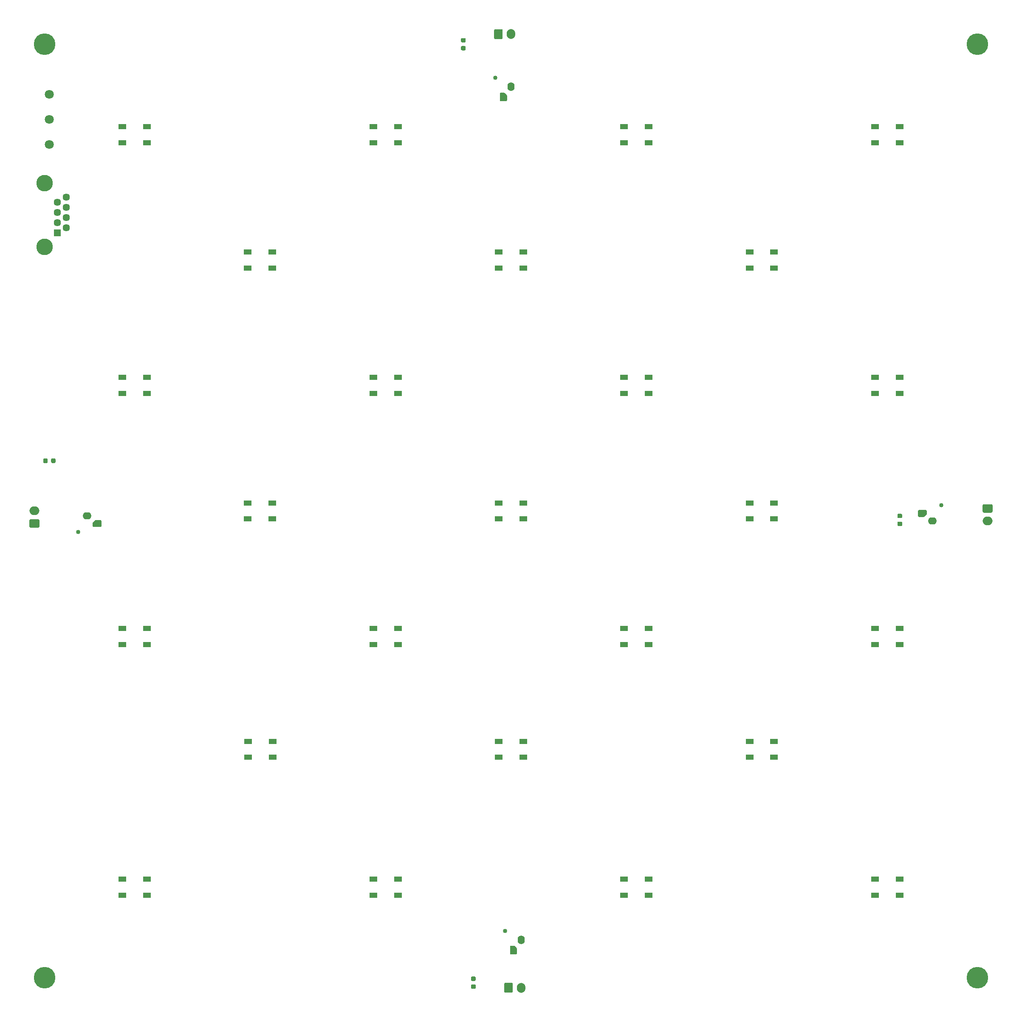
<source format=gbr>
G04 #@! TF.GenerationSoftware,KiCad,Pcbnew,(5.1.7-0-10_14)*
G04 #@! TF.CreationDate,2020-11-21T12:28:25-08:00*
G04 #@! TF.ProjectId,DDR Pad,44445220-5061-4642-9e6b-696361645f70,rev?*
G04 #@! TF.SameCoordinates,Original*
G04 #@! TF.FileFunction,Soldermask,Top*
G04 #@! TF.FilePolarity,Negative*
%FSLAX46Y46*%
G04 Gerber Fmt 4.6, Leading zero omitted, Abs format (unit mm)*
G04 Created by KiCad (PCBNEW (5.1.7-0-10_14)) date 2020-11-21 12:28:25*
%MOMM*%
%LPD*%
G01*
G04 APERTURE LIST*
%ADD10C,4.300000*%
%ADD11C,1.803400*%
%ADD12C,0.850000*%
%ADD13O,1.750000X1.400000*%
%ADD14C,0.100000*%
%ADD15O,2.000000X1.700000*%
%ADD16O,1.400000X1.750000*%
%ADD17O,1.700000X2.000000*%
%ADD18C,3.302000*%
%ADD19C,1.447800*%
%ADD20R,1.447800X1.447800*%
%ADD21R,1.500000X1.000000*%
G04 APERTURE END LIST*
D10*
X7000000Y-7000000D03*
D11*
X8000000Y-27000000D03*
X8000000Y-22000000D03*
X8000000Y-17000000D03*
D10*
X7000000Y-193000000D03*
X193000000Y-193000000D03*
X193000000Y-7000000D03*
G36*
G01*
X8350000Y-90256250D02*
X8350000Y-89743750D01*
G75*
G02*
X8568750Y-89525000I218750J0D01*
G01*
X9006250Y-89525000D01*
G75*
G02*
X9225000Y-89743750I0J-218750D01*
G01*
X9225000Y-90256250D01*
G75*
G02*
X9006250Y-90475000I-218750J0D01*
G01*
X8568750Y-90475000D01*
G75*
G02*
X8350000Y-90256250I0J218750D01*
G01*
G37*
G36*
G01*
X6775000Y-90256250D02*
X6775000Y-89743750D01*
G75*
G02*
X6993750Y-89525000I218750J0D01*
G01*
X7431250Y-89525000D01*
G75*
G02*
X7650000Y-89743750I0J-218750D01*
G01*
X7650000Y-90256250D01*
G75*
G02*
X7431250Y-90475000I-218750J0D01*
G01*
X6993750Y-90475000D01*
G75*
G02*
X6775000Y-90256250I0J218750D01*
G01*
G37*
G36*
G01*
X92756250Y-193650000D02*
X92243750Y-193650000D01*
G75*
G02*
X92025000Y-193431250I0J218750D01*
G01*
X92025000Y-192993750D01*
G75*
G02*
X92243750Y-192775000I218750J0D01*
G01*
X92756250Y-192775000D01*
G75*
G02*
X92975000Y-192993750I0J-218750D01*
G01*
X92975000Y-193431250D01*
G75*
G02*
X92756250Y-193650000I-218750J0D01*
G01*
G37*
G36*
G01*
X92756250Y-195225000D02*
X92243750Y-195225000D01*
G75*
G02*
X92025000Y-195006250I0J218750D01*
G01*
X92025000Y-194568750D01*
G75*
G02*
X92243750Y-194350000I218750J0D01*
G01*
X92756250Y-194350000D01*
G75*
G02*
X92975000Y-194568750I0J-218750D01*
G01*
X92975000Y-195006250D01*
G75*
G02*
X92756250Y-195225000I-218750J0D01*
G01*
G37*
G36*
G01*
X177243750Y-102137500D02*
X177756250Y-102137500D01*
G75*
G02*
X177975000Y-102356250I0J-218750D01*
G01*
X177975000Y-102793750D01*
G75*
G02*
X177756250Y-103012500I-218750J0D01*
G01*
X177243750Y-103012500D01*
G75*
G02*
X177025000Y-102793750I0J218750D01*
G01*
X177025000Y-102356250D01*
G75*
G02*
X177243750Y-102137500I218750J0D01*
G01*
G37*
G36*
G01*
X177243750Y-100562500D02*
X177756250Y-100562500D01*
G75*
G02*
X177975000Y-100781250I0J-218750D01*
G01*
X177975000Y-101218750D01*
G75*
G02*
X177756250Y-101437500I-218750J0D01*
G01*
X177243750Y-101437500D01*
G75*
G02*
X177025000Y-101218750I0J218750D01*
G01*
X177025000Y-100781250D01*
G75*
G02*
X177243750Y-100562500I218750J0D01*
G01*
G37*
G36*
G01*
X90243750Y-7350000D02*
X90756250Y-7350000D01*
G75*
G02*
X90975000Y-7568750I0J-218750D01*
G01*
X90975000Y-8006250D01*
G75*
G02*
X90756250Y-8225000I-218750J0D01*
G01*
X90243750Y-8225000D01*
G75*
G02*
X90025000Y-8006250I0J218750D01*
G01*
X90025000Y-7568750D01*
G75*
G02*
X90243750Y-7350000I218750J0D01*
G01*
G37*
G36*
G01*
X90243750Y-5775000D02*
X90756250Y-5775000D01*
G75*
G02*
X90975000Y-5993750I0J-218750D01*
G01*
X90975000Y-6431250D01*
G75*
G02*
X90756250Y-6650000I-218750J0D01*
G01*
X90243750Y-6650000D01*
G75*
G02*
X90025000Y-6431250I0J218750D01*
G01*
X90025000Y-5993750D01*
G75*
G02*
X90243750Y-5775000I218750J0D01*
G01*
G37*
D12*
X13700000Y-104150000D03*
D13*
X15500000Y-101000000D03*
D14*
G36*
X16629804Y-102401227D02*
G01*
X16644030Y-102354329D01*
X16667133Y-102311107D01*
X16698223Y-102273223D01*
X17098223Y-101873223D01*
X17136107Y-101842133D01*
X17179329Y-101819030D01*
X17226227Y-101804804D01*
X17275000Y-101800000D01*
X18125000Y-101800000D01*
X18173773Y-101804804D01*
X18220671Y-101819030D01*
X18263893Y-101842133D01*
X18301777Y-101873223D01*
X18332867Y-101911107D01*
X18355970Y-101954329D01*
X18370196Y-102001227D01*
X18375000Y-102050000D01*
X18375000Y-102950000D01*
X18370196Y-102998773D01*
X18355970Y-103045671D01*
X18332867Y-103088893D01*
X18301777Y-103126777D01*
X18263893Y-103157867D01*
X18220671Y-103180970D01*
X18173773Y-103195196D01*
X18125000Y-103200000D01*
X16875000Y-103200000D01*
X16826227Y-103195196D01*
X16779329Y-103180970D01*
X16736107Y-103157867D01*
X16698223Y-103126777D01*
X16667133Y-103088893D01*
X16644030Y-103045671D01*
X16629804Y-102998773D01*
X16625000Y-102950000D01*
X16625000Y-102450000D01*
X16629804Y-102401227D01*
G37*
D15*
X5000000Y-100000000D03*
G36*
G01*
X5750000Y-103350000D02*
X4250000Y-103350000D01*
G75*
G02*
X4000000Y-103100000I0J250000D01*
G01*
X4000000Y-101900000D01*
G75*
G02*
X4250000Y-101650000I250000J0D01*
G01*
X5750000Y-101650000D01*
G75*
G02*
X6000000Y-101900000I0J-250000D01*
G01*
X6000000Y-103100000D01*
G75*
G02*
X5750000Y-103350000I-250000J0D01*
G01*
G37*
D12*
X98850000Y-183700000D03*
D16*
X102000000Y-185500000D03*
D14*
G36*
X100598773Y-186629804D02*
G01*
X100645671Y-186644030D01*
X100688893Y-186667133D01*
X100726777Y-186698223D01*
X101126777Y-187098223D01*
X101157867Y-187136107D01*
X101180970Y-187179329D01*
X101195196Y-187226227D01*
X101200000Y-187275000D01*
X101200000Y-188125000D01*
X101195196Y-188173773D01*
X101180970Y-188220671D01*
X101157867Y-188263893D01*
X101126777Y-188301777D01*
X101088893Y-188332867D01*
X101045671Y-188355970D01*
X100998773Y-188370196D01*
X100950000Y-188375000D01*
X100050000Y-188375000D01*
X100001227Y-188370196D01*
X99954329Y-188355970D01*
X99911107Y-188332867D01*
X99873223Y-188301777D01*
X99842133Y-188263893D01*
X99819030Y-188220671D01*
X99804804Y-188173773D01*
X99800000Y-188125000D01*
X99800000Y-186875000D01*
X99804804Y-186826227D01*
X99819030Y-186779329D01*
X99842133Y-186736107D01*
X99873223Y-186698223D01*
X99911107Y-186667133D01*
X99954329Y-186644030D01*
X100001227Y-186629804D01*
X100050000Y-186625000D01*
X100550000Y-186625000D01*
X100598773Y-186629804D01*
G37*
D17*
X102000000Y-195000000D03*
G36*
G01*
X98650000Y-195750000D02*
X98650000Y-194250000D01*
G75*
G02*
X98900000Y-194000000I250000J0D01*
G01*
X100100000Y-194000000D01*
G75*
G02*
X100350000Y-194250000I0J-250000D01*
G01*
X100350000Y-195750000D01*
G75*
G02*
X100100000Y-196000000I-250000J0D01*
G01*
X98900000Y-196000000D01*
G75*
G02*
X98650000Y-195750000I0J250000D01*
G01*
G37*
D12*
X96850000Y-13700000D03*
D16*
X100000000Y-15500000D03*
D14*
G36*
X98598773Y-16629804D02*
G01*
X98645671Y-16644030D01*
X98688893Y-16667133D01*
X98726777Y-16698223D01*
X99126777Y-17098223D01*
X99157867Y-17136107D01*
X99180970Y-17179329D01*
X99195196Y-17226227D01*
X99200000Y-17275000D01*
X99200000Y-18125000D01*
X99195196Y-18173773D01*
X99180970Y-18220671D01*
X99157867Y-18263893D01*
X99126777Y-18301777D01*
X99088893Y-18332867D01*
X99045671Y-18355970D01*
X98998773Y-18370196D01*
X98950000Y-18375000D01*
X98050000Y-18375000D01*
X98001227Y-18370196D01*
X97954329Y-18355970D01*
X97911107Y-18332867D01*
X97873223Y-18301777D01*
X97842133Y-18263893D01*
X97819030Y-18220671D01*
X97804804Y-18173773D01*
X97800000Y-18125000D01*
X97800000Y-16875000D01*
X97804804Y-16826227D01*
X97819030Y-16779329D01*
X97842133Y-16736107D01*
X97873223Y-16698223D01*
X97911107Y-16667133D01*
X97954329Y-16644030D01*
X98001227Y-16629804D01*
X98050000Y-16625000D01*
X98550000Y-16625000D01*
X98598773Y-16629804D01*
G37*
D17*
X100000000Y-5000000D03*
G36*
G01*
X96650000Y-5750000D02*
X96650000Y-4250000D01*
G75*
G02*
X96900000Y-4000000I250000J0D01*
G01*
X98100000Y-4000000D01*
G75*
G02*
X98350000Y-4250000I0J-250000D01*
G01*
X98350000Y-5750000D01*
G75*
G02*
X98100000Y-6000000I-250000J0D01*
G01*
X96900000Y-6000000D01*
G75*
G02*
X96650000Y-5750000I0J250000D01*
G01*
G37*
D12*
X185800000Y-98850000D03*
D13*
X184000000Y-102000000D03*
D14*
G36*
X182870196Y-100598773D02*
G01*
X182855970Y-100645671D01*
X182832867Y-100688893D01*
X182801777Y-100726777D01*
X182401777Y-101126777D01*
X182363893Y-101157867D01*
X182320671Y-101180970D01*
X182273773Y-101195196D01*
X182225000Y-101200000D01*
X181375000Y-101200000D01*
X181326227Y-101195196D01*
X181279329Y-101180970D01*
X181236107Y-101157867D01*
X181198223Y-101126777D01*
X181167133Y-101088893D01*
X181144030Y-101045671D01*
X181129804Y-100998773D01*
X181125000Y-100950000D01*
X181125000Y-100050000D01*
X181129804Y-100001227D01*
X181144030Y-99954329D01*
X181167133Y-99911107D01*
X181198223Y-99873223D01*
X181236107Y-99842133D01*
X181279329Y-99819030D01*
X181326227Y-99804804D01*
X181375000Y-99800000D01*
X182625000Y-99800000D01*
X182673773Y-99804804D01*
X182720671Y-99819030D01*
X182763893Y-99842133D01*
X182801777Y-99873223D01*
X182832867Y-99911107D01*
X182855970Y-99954329D01*
X182870196Y-100001227D01*
X182875000Y-100050000D01*
X182875000Y-100550000D01*
X182870196Y-100598773D01*
G37*
D15*
X195000000Y-102000000D03*
G36*
G01*
X194250000Y-98650000D02*
X195750000Y-98650000D01*
G75*
G02*
X196000000Y-98900000I0J-250000D01*
G01*
X196000000Y-100100000D01*
G75*
G02*
X195750000Y-100350000I-250000J0D01*
G01*
X194250000Y-100350000D01*
G75*
G02*
X194000000Y-100100000I0J250000D01*
G01*
X194000000Y-98900000D01*
G75*
G02*
X194250000Y-98650000I250000J0D01*
G01*
G37*
D18*
X7000000Y-47350000D03*
X7000000Y-34650000D03*
D19*
X11318000Y-37444000D03*
X9540000Y-38460000D03*
X11318000Y-39476000D03*
X9540000Y-40492000D03*
X11318000Y-41508000D03*
X9540000Y-42524000D03*
X11318000Y-43540000D03*
D20*
X9540000Y-44556000D03*
D21*
X177450000Y-176600000D03*
X177450000Y-173400000D03*
X172550000Y-176600000D03*
X172550000Y-173400000D03*
X127450000Y-176600000D03*
X127450000Y-173400000D03*
X122550000Y-176600000D03*
X122550000Y-173400000D03*
X77450000Y-176600000D03*
X77450000Y-173400000D03*
X72550000Y-176600000D03*
X72550000Y-173400000D03*
X27450000Y-176600000D03*
X27450000Y-173400000D03*
X22550000Y-176600000D03*
X22550000Y-173400000D03*
X47600000Y-145900000D03*
X47600000Y-149100000D03*
X52500000Y-145900000D03*
X52500000Y-149100000D03*
X97550000Y-145900000D03*
X97550000Y-149100000D03*
X102450000Y-145900000D03*
X102450000Y-149100000D03*
X147550000Y-145900000D03*
X147550000Y-149100000D03*
X152450000Y-145900000D03*
X152450000Y-149100000D03*
X177450000Y-126600000D03*
X177450000Y-123400000D03*
X172550000Y-126600000D03*
X172550000Y-123400000D03*
X127450000Y-126600000D03*
X127450000Y-123400000D03*
X122550000Y-126600000D03*
X122550000Y-123400000D03*
X77450000Y-126600000D03*
X77450000Y-123400000D03*
X72550000Y-126600000D03*
X72550000Y-123400000D03*
X27450000Y-126600000D03*
X27450000Y-123400000D03*
X22550000Y-126600000D03*
X22550000Y-123400000D03*
X47550000Y-98400000D03*
X47550000Y-101600000D03*
X52450000Y-98400000D03*
X52450000Y-101600000D03*
X97550000Y-98400000D03*
X97550000Y-101600000D03*
X102450000Y-98400000D03*
X102450000Y-101600000D03*
X147550000Y-98400000D03*
X147550000Y-101600000D03*
X152450000Y-98400000D03*
X152450000Y-101600000D03*
X177450000Y-76600000D03*
X177450000Y-73400000D03*
X172550000Y-76600000D03*
X172550000Y-73400000D03*
X127450000Y-76600000D03*
X127450000Y-73400000D03*
X122550000Y-76600000D03*
X122550000Y-73400000D03*
X77450000Y-76600000D03*
X77450000Y-73400000D03*
X72550000Y-76600000D03*
X72550000Y-73400000D03*
X27450000Y-76600000D03*
X27450000Y-73400000D03*
X22550000Y-76600000D03*
X22550000Y-73400000D03*
X147550000Y-48400000D03*
X147550000Y-51600000D03*
X152450000Y-48400000D03*
X152450000Y-51600000D03*
X97550000Y-48400000D03*
X97550000Y-51600000D03*
X102450000Y-48400000D03*
X102450000Y-51600000D03*
X47550000Y-48400000D03*
X47550000Y-51600000D03*
X52450000Y-48400000D03*
X52450000Y-51600000D03*
X177450000Y-26600000D03*
X177450000Y-23400000D03*
X172550000Y-26600000D03*
X172550000Y-23400000D03*
X127450000Y-26600000D03*
X127450000Y-23400000D03*
X122550000Y-26600000D03*
X122550000Y-23400000D03*
X77450000Y-26600000D03*
X77450000Y-23400000D03*
X72550000Y-26600000D03*
X72550000Y-23400000D03*
X27450000Y-26600000D03*
X27450000Y-23400000D03*
X22550000Y-26600000D03*
X22550000Y-23400000D03*
M02*

</source>
